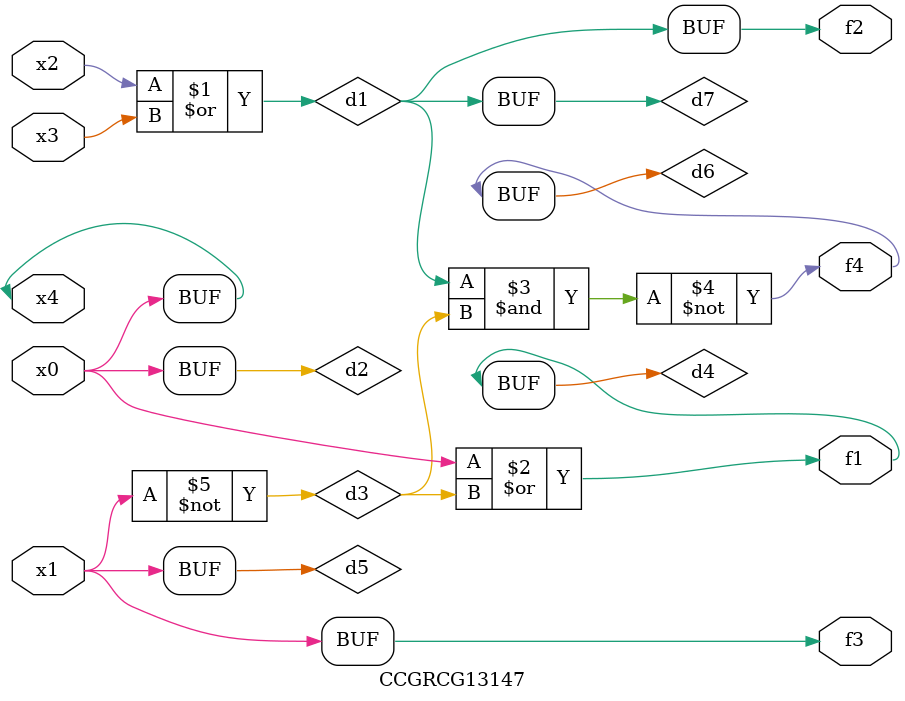
<source format=v>
module CCGRCG13147(
	input x0, x1, x2, x3, x4,
	output f1, f2, f3, f4
);

	wire d1, d2, d3, d4, d5, d6, d7;

	or (d1, x2, x3);
	buf (d2, x0, x4);
	not (d3, x1);
	or (d4, d2, d3);
	not (d5, d3);
	nand (d6, d1, d3);
	or (d7, d1);
	assign f1 = d4;
	assign f2 = d7;
	assign f3 = d5;
	assign f4 = d6;
endmodule

</source>
